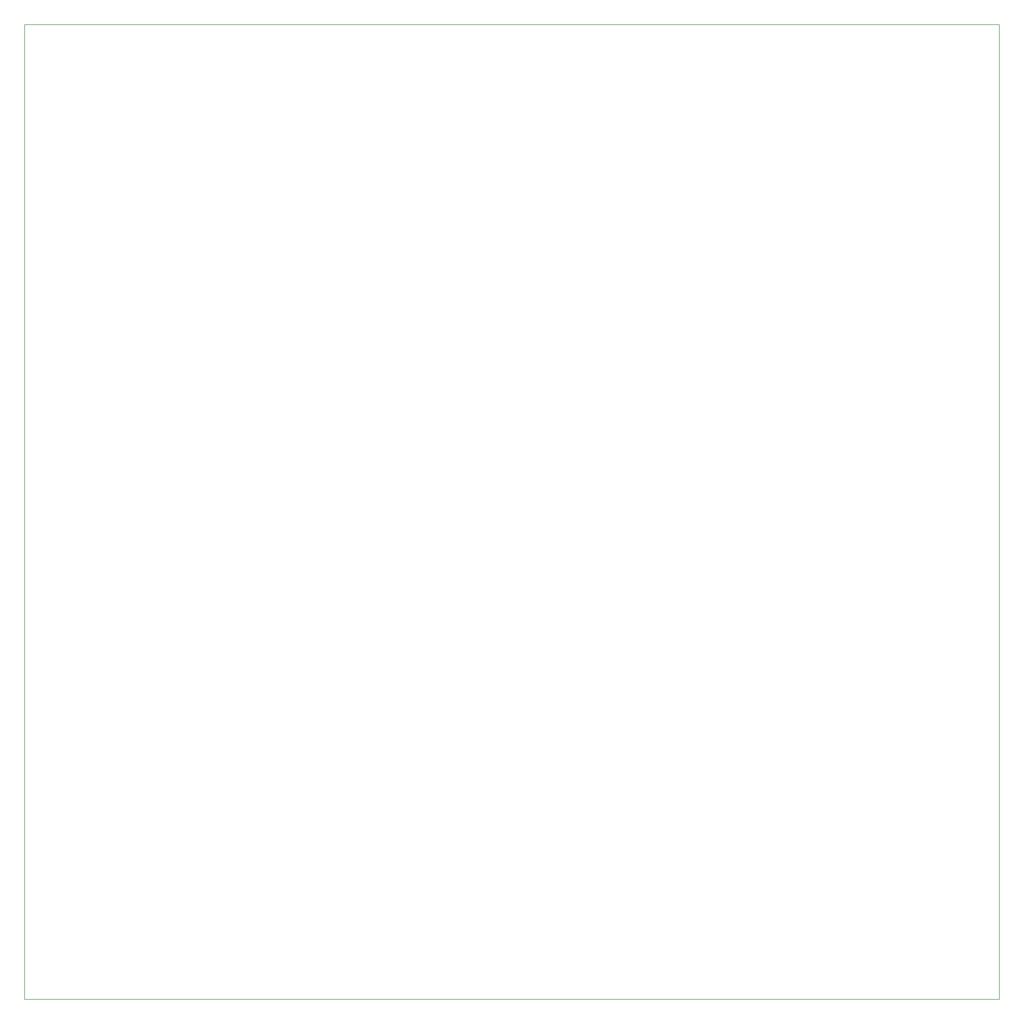
<source format=gm1>
G04 #@! TF.GenerationSoftware,KiCad,Pcbnew,(5.1.2)-1*
G04 #@! TF.CreationDate,2019-05-29T16:25:34-07:00*
G04 #@! TF.ProjectId,h186-final,68313836-2d66-4696-9e61-6c2e6b696361,rev?*
G04 #@! TF.SameCoordinates,Original*
G04 #@! TF.FileFunction,Profile,NP*
%FSLAX46Y46*%
G04 Gerber Fmt 4.6, Leading zero omitted, Abs format (unit mm)*
G04 Created by KiCad (PCBNEW (5.1.2)-1) date 2019-05-29 16:25:34*
%MOMM*%
%LPD*%
G04 APERTURE LIST*
%ADD10C,0.150000*%
G04 APERTURE END LIST*
D10*
X127000000Y-355600000D02*
X127000000Y-50800000D01*
X431800000Y-355600000D02*
X127000000Y-355600000D01*
X431800000Y-50800000D02*
X431800000Y-355600000D01*
X127000000Y-50800000D02*
X431800000Y-50800000D01*
M02*

</source>
